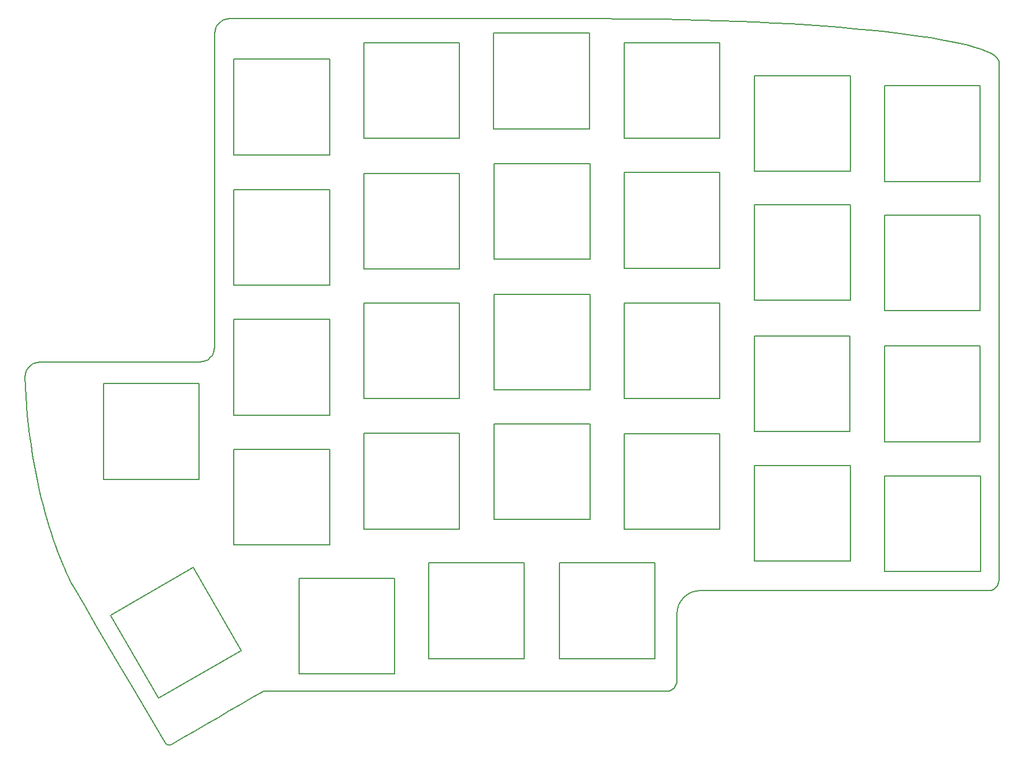
<source format=gm1>
G04 #@! TF.GenerationSoftware,KiCad,Pcbnew,7.0.10*
G04 #@! TF.CreationDate,2024-04-22T20:11:16+02:00*
G04 #@! TF.ProjectId,Lily58_Pro_TOP,4c696c79-3538-45f5-9072-6f5f544f502e,rev?*
G04 #@! TF.SameCoordinates,Original*
G04 #@! TF.FileFunction,Profile,NP*
%FSLAX46Y46*%
G04 Gerber Fmt 4.6, Leading zero omitted, Abs format (unit mm)*
G04 Created by KiCad (PCBNEW 7.0.10) date 2024-04-22 20:11:16*
%MOMM*%
%LPD*%
G01*
G04 APERTURE LIST*
G04 #@! TA.AperFunction,Profile*
%ADD10C,0.200000*%
G04 #@! TD*
G04 APERTURE END LIST*
D10*
X208697755Y-58949338D02*
X208697755Y-44948872D01*
X208697755Y-44948872D02*
X222698220Y-44948872D01*
X222698220Y-58949338D02*
X208697755Y-58949338D01*
X222698220Y-44948872D02*
X222698220Y-58949338D01*
X181804897Y-35335349D02*
X178987479Y-35264503D01*
X184568127Y-35420850D02*
X181804897Y-35335349D01*
X187273528Y-35520607D02*
X184568127Y-35420850D01*
X225457916Y-41485605D02*
X225457916Y-117338584D01*
X170246534Y-35143866D02*
X167248797Y-35135611D01*
X222698220Y-77848175D02*
X208697755Y-77848175D01*
X224260412Y-118808137D02*
X223957916Y-118838584D01*
X224542068Y-118720802D02*
X224260412Y-118808137D01*
X197443967Y-36054257D02*
X195006317Y-35901446D01*
X199805571Y-36219338D02*
X197443967Y-36054257D01*
X202087487Y-36396291D02*
X199805571Y-36219338D01*
X204286071Y-36584719D02*
X202087487Y-36396291D01*
X206397682Y-36784225D02*
X204286071Y-36584719D01*
X208418675Y-36994411D02*
X206397682Y-36784225D01*
X210345407Y-37214879D02*
X208418675Y-36994411D01*
X212174237Y-37445233D02*
X210345407Y-37214879D01*
X213901520Y-37685076D02*
X212174237Y-37445233D01*
X215523614Y-37934008D02*
X213901520Y-37685076D01*
X217036875Y-38191634D02*
X215523614Y-37934008D01*
X218437661Y-38457556D02*
X217036875Y-38191634D01*
X219722329Y-38731375D02*
X218437661Y-38457556D01*
X220887236Y-39012696D02*
X219722329Y-38731375D01*
X221928738Y-39301120D02*
X220887236Y-39012696D01*
X222843192Y-39596251D02*
X221928738Y-39301120D01*
X223626956Y-39897689D02*
X222843192Y-39596251D01*
X224276387Y-40205040D02*
X223626956Y-39897689D01*
X224787842Y-40517904D02*
X224276387Y-40205040D01*
X225157677Y-40835884D02*
X224787842Y-40517904D01*
X225382249Y-41158584D02*
X225157677Y-40835884D01*
X225457916Y-41485605D02*
X225382249Y-41158584D01*
X208697755Y-77848175D02*
X208697755Y-63850249D01*
X161099535Y-124372747D02*
X161099535Y-114800000D01*
X175100000Y-128800465D02*
X161099535Y-128800465D01*
X173204655Y-35168364D02*
X170246534Y-35143866D01*
X176119518Y-35208709D02*
X173204655Y-35168364D01*
X178987479Y-35264503D02*
X176119518Y-35208709D01*
X117861089Y-133560508D02*
X176817264Y-133560508D01*
X178317264Y-122338584D02*
X178317264Y-132082902D01*
X177119760Y-133530061D02*
X176817264Y-133560508D01*
X177401416Y-133442725D02*
X177119760Y-133530061D01*
X177656225Y-133304509D02*
X177401416Y-133442725D01*
X91672462Y-121142637D02*
X93354139Y-124004164D01*
X89990785Y-118281110D02*
X91672462Y-121142637D01*
X101762522Y-138311799D02*
X103444199Y-141173326D01*
X100080845Y-135450272D02*
X101762522Y-138311799D01*
X98399169Y-132588745D02*
X100080845Y-135450272D01*
X96717492Y-129727218D02*
X98399169Y-132588745D01*
X95035815Y-126865691D02*
X96717492Y-129727218D01*
X93354139Y-124004164D02*
X95035815Y-126865691D01*
X132500088Y-76750590D02*
X146500282Y-76750590D01*
X132500088Y-90750611D02*
X132500088Y-76750590D01*
X146500282Y-90750611D02*
X132500088Y-90750611D01*
X146500282Y-109849122D02*
X146500282Y-109849122D01*
X146500282Y-95849101D02*
X146500282Y-109849122D01*
X132500088Y-95849101D02*
X146500282Y-95849101D01*
X132500088Y-109849122D02*
X132500088Y-95849101D01*
X146500282Y-109849122D02*
X132500088Y-109849122D01*
X136998669Y-131049400D02*
X136998669Y-131049400D01*
X136998669Y-117049379D02*
X136998669Y-131049400D01*
X122998474Y-117049379D02*
X136998669Y-117049379D01*
X122998474Y-131049400D02*
X122998474Y-117049379D01*
X136998669Y-131049400D02*
X122998474Y-131049400D01*
X155999226Y-128798965D02*
X155999226Y-128798965D01*
X155999226Y-114798944D02*
X155999226Y-128798965D01*
X141999031Y-114798944D02*
X155999226Y-114798944D01*
X141999031Y-128798965D02*
X141999031Y-114798944D01*
X155999226Y-128798965D02*
X141999031Y-128798965D01*
X165599007Y-108448529D02*
X165599007Y-108448529D01*
X165599007Y-94448508D02*
X165599007Y-108448529D01*
X151598813Y-94448508D02*
X165599007Y-94448508D01*
X151598813Y-108448529D02*
X151598813Y-94448508D01*
X165599007Y-108448529D02*
X151598813Y-108448529D01*
X165600149Y-89448314D02*
X165600149Y-89448314D01*
X165600149Y-75448293D02*
X165600149Y-89448314D01*
X151599955Y-75448293D02*
X165600149Y-75448293D01*
X151599955Y-89448314D02*
X151599955Y-75448293D01*
X165600149Y-89448314D02*
X151599955Y-89448314D01*
X165600149Y-70350095D02*
X165600149Y-70350095D01*
X165600149Y-56350074D02*
X165600149Y-70350095D01*
X151599955Y-56350074D02*
X165600149Y-56350074D01*
X151599955Y-70350095D02*
X151599955Y-56350074D01*
X165600149Y-70350095D02*
X151599955Y-70350095D01*
X165529285Y-51259497D02*
X165529285Y-51259497D01*
X165529285Y-37259475D02*
X165529285Y-51259497D01*
X151529091Y-37259475D02*
X165529285Y-37259475D01*
X151529091Y-51259497D02*
X151529091Y-37259475D01*
X165529285Y-51259497D02*
X151529091Y-51259497D01*
X184604097Y-52648874D02*
X184604097Y-52648874D01*
X184604097Y-38648853D02*
X184604097Y-52648874D01*
X170603903Y-38648853D02*
X184604097Y-38648853D01*
X170603903Y-52648874D02*
X170603903Y-38648853D01*
X184604097Y-52648874D02*
X170603903Y-52648874D01*
X184598166Y-71649088D02*
X184598166Y-71649088D01*
X184598166Y-57649067D02*
X184598166Y-71649088D01*
X170597972Y-57649067D02*
X184598166Y-57649067D01*
X170597972Y-71649088D02*
X170597972Y-57649067D01*
X184598166Y-71649088D02*
X170597972Y-71649088D01*
X184600200Y-90748363D02*
X184600200Y-90748363D01*
X184600200Y-76748342D02*
X184600200Y-90748363D01*
X170600006Y-76748342D02*
X184600200Y-76748342D01*
X170600006Y-90748363D02*
X170600006Y-76748342D01*
X184600200Y-90748363D02*
X170600006Y-90748363D01*
X184599436Y-109849336D02*
X184599436Y-109849336D01*
X184599436Y-95849315D02*
X184599436Y-109849336D01*
X170599242Y-95849315D02*
X184599436Y-95849315D01*
X170599242Y-109849336D02*
X170599242Y-95849315D01*
X184599436Y-109849336D02*
X170599242Y-109849336D01*
X203698925Y-76349563D02*
X203698925Y-76349563D01*
X203698925Y-62349542D02*
X203698925Y-76349563D01*
X189698731Y-62349542D02*
X203698925Y-62349542D01*
X189698731Y-76349563D02*
X189698731Y-62349542D01*
X203698925Y-76349563D02*
X189698731Y-76349563D01*
X203685052Y-95549381D02*
X203685052Y-95549381D01*
X203685052Y-81549360D02*
X203685052Y-95549381D01*
X189684858Y-81549360D02*
X203685052Y-81549360D01*
X189684858Y-95549381D02*
X189684858Y-81549360D01*
X203685052Y-95549381D02*
X189684858Y-95549381D01*
X203699937Y-114548326D02*
X203699937Y-114548326D01*
X203699937Y-100548305D02*
X203699937Y-114548326D01*
X189699743Y-100548305D02*
X203699937Y-100548305D01*
X189699743Y-114548326D02*
X189699743Y-100548305D01*
X203699937Y-114548326D02*
X189699743Y-114548326D01*
X203700067Y-57449463D02*
X203700067Y-57449463D01*
X203700067Y-43449442D02*
X203700067Y-57449463D01*
X189699873Y-43449442D02*
X203700067Y-43449442D01*
X189699873Y-57449463D02*
X189699873Y-43449442D01*
X203700067Y-57449463D02*
X189699873Y-57449463D01*
X167248797Y-35135611D02*
X112880028Y-35135611D01*
X89842011Y-117999639D02*
X89991250Y-118281110D01*
X89692772Y-117718169D02*
X89842011Y-117999639D01*
X89543534Y-117436698D02*
X89692772Y-117718169D01*
X89394295Y-117155227D02*
X89543534Y-117436698D01*
X89165926Y-116650939D02*
X89394295Y-117155227D01*
X88937556Y-116146652D02*
X89165926Y-116650939D01*
X88709186Y-115642364D02*
X88937556Y-116146652D01*
X88480816Y-115138077D02*
X88709186Y-115642364D01*
X88202469Y-114421385D02*
X88480816Y-115138077D01*
X87924122Y-113704692D02*
X88202469Y-114421385D01*
X87645775Y-112988000D02*
X87924122Y-113704692D01*
X87367427Y-112271308D02*
X87645775Y-112988000D01*
X87068256Y-111352623D02*
X87367427Y-112271308D01*
X86769085Y-110433938D02*
X87068256Y-111352623D01*
X86469914Y-109515254D02*
X86769085Y-110433938D01*
X86170742Y-108596569D02*
X86469914Y-109515254D01*
X85879901Y-107486303D02*
X86170742Y-108596569D01*
X85589059Y-106376038D02*
X85879901Y-107486303D01*
X85298217Y-105265772D02*
X85589059Y-106376038D01*
X85007376Y-104155507D02*
X85298217Y-105265772D01*
X84754017Y-102864073D02*
X85007376Y-104155507D01*
X84500659Y-101572639D02*
X84754017Y-102864073D01*
X84247300Y-100281204D02*
X84500659Y-101572639D01*
X83993942Y-98989770D02*
X84247300Y-100281204D01*
X83807220Y-97527579D02*
X83993942Y-98989770D01*
X83620498Y-96065389D02*
X83807220Y-97527579D01*
X83433777Y-94603198D02*
X83620498Y-96065389D01*
X83247055Y-93141007D02*
X83433777Y-94603198D01*
X83169362Y-91754688D02*
X83247055Y-93141007D01*
X83091669Y-90368368D02*
X83169362Y-91754688D01*
X83013976Y-88982049D02*
X83091669Y-90368368D01*
X82936283Y-87595730D02*
X83013976Y-88982049D01*
X104273955Y-141420283D02*
X104454674Y-141320606D01*
X104146472Y-141461525D02*
X104273955Y-141420283D01*
X104022958Y-141472149D02*
X104146472Y-141461525D01*
X103909017Y-141470991D02*
X104022958Y-141472149D01*
X103801432Y-141437539D02*
X103909017Y-141470991D01*
X103690268Y-141386487D02*
X103801432Y-141437539D01*
X103539842Y-141291766D02*
X103690268Y-141386487D01*
X103444199Y-141173326D02*
X103539842Y-141291766D01*
X116184535Y-134529634D02*
X117860230Y-133559495D01*
X114508841Y-135499772D02*
X116184535Y-134529634D01*
X112833147Y-136469911D02*
X114508841Y-135499772D01*
X111157452Y-137440050D02*
X112833147Y-136469911D01*
X109481758Y-138410189D02*
X111157452Y-137440050D01*
X107806063Y-139380328D02*
X109481758Y-138410189D01*
X106130369Y-140350467D02*
X107806063Y-139380328D01*
X104454674Y-141320606D02*
X106130369Y-140350467D01*
X132499196Y-57749611D02*
X146499390Y-57749611D01*
X132499196Y-71749632D02*
X132499196Y-57749611D01*
X146499390Y-71749632D02*
X132499196Y-71749632D01*
X146500282Y-90750611D02*
X146500282Y-90750611D01*
X146500282Y-76750590D02*
X146500282Y-90750611D01*
X146499390Y-52648874D02*
X132499196Y-52648874D01*
X146499390Y-71749632D02*
X146499390Y-71749632D01*
X146499390Y-57749611D02*
X146499390Y-71749632D01*
X127499089Y-55049168D02*
X127499089Y-55049168D01*
X127499089Y-41049147D02*
X127499089Y-55049168D01*
X113498895Y-41049147D02*
X127499089Y-41049147D01*
X113498895Y-55049168D02*
X113498895Y-41049147D01*
X127499089Y-55049168D02*
X113498895Y-55049168D01*
X146499390Y-52648874D02*
X146499390Y-52648874D01*
X146499390Y-38648853D02*
X146499390Y-52648874D01*
X132499196Y-38648853D02*
X146499390Y-38648853D01*
X132499196Y-52648874D02*
X132499196Y-38648853D01*
X127500106Y-74150477D02*
X127500106Y-74150477D01*
X127500106Y-60150456D02*
X127500106Y-74150477D01*
X113499912Y-60150456D02*
X127500106Y-60150456D01*
X113499912Y-74150477D02*
X113499912Y-60150456D01*
X127500106Y-74150477D02*
X113499912Y-74150477D01*
X85135693Y-85393398D02*
X108480785Y-85393594D01*
X108351468Y-102549392D02*
X108351468Y-102549392D01*
X108351468Y-88549371D02*
X108351468Y-102549392D01*
X94399278Y-88549371D02*
X108351468Y-88549371D01*
X94399278Y-102549392D02*
X94399278Y-88549371D01*
X108351468Y-102549392D02*
X94399278Y-102549392D01*
X114561755Y-127611016D02*
X114561755Y-127611016D01*
X107561744Y-115486642D02*
X114561755Y-127611016D01*
X95437220Y-122486739D02*
X107561744Y-115486642D01*
X102437231Y-134611113D02*
X95437220Y-122486739D01*
X114561755Y-127611016D02*
X102437231Y-134611113D01*
X127499089Y-112150571D02*
X127499089Y-112150571D01*
X127499089Y-98150550D02*
X127499089Y-112150571D01*
X113498895Y-98150550D02*
X127499089Y-98150550D01*
X113498895Y-112150571D02*
X113498895Y-98150550D01*
X127499089Y-112150571D02*
X113498895Y-112150571D01*
X127499089Y-93147646D02*
X127499089Y-93147646D01*
X127499089Y-79147625D02*
X127499089Y-93147646D01*
X113498895Y-79147625D02*
X127499089Y-79147625D01*
X113498895Y-93147646D02*
X113498895Y-79147625D01*
X127499089Y-93147646D02*
X113498895Y-93147646D01*
X110507703Y-84050253D02*
X110635773Y-83637157D01*
X110305023Y-84423972D02*
X110507703Y-84050253D01*
X110036541Y-84749502D02*
X110305023Y-84423972D01*
X109711069Y-85018031D02*
X110036541Y-84749502D01*
X109337416Y-85220748D02*
X109711069Y-85018031D01*
X108924394Y-85348840D02*
X109337416Y-85220748D01*
X108480812Y-85393496D02*
X108924394Y-85348840D01*
X110635773Y-83637157D02*
X110680420Y-83193496D01*
X85135449Y-85393594D02*
X84687607Y-85437666D01*
X83307614Y-86357346D02*
X83106839Y-86731697D01*
X83574355Y-86032485D02*
X83307614Y-86357346D01*
X83898784Y-85765395D02*
X83574355Y-86032485D01*
X84272627Y-85564361D02*
X83898784Y-85765395D01*
X84687607Y-85437666D02*
X84272627Y-85564361D01*
X82980305Y-87147252D02*
X82936288Y-87595730D01*
X83106839Y-86731697D02*
X82980305Y-87147252D01*
X112436447Y-35180267D02*
X112023424Y-35308359D01*
X112880028Y-35135611D02*
X112436447Y-35180267D01*
X110725068Y-36891950D02*
X110680420Y-37335611D01*
X110853137Y-36478855D02*
X110725068Y-36891950D01*
X111055818Y-36105136D02*
X110853137Y-36478855D01*
X111324300Y-35779605D02*
X111055818Y-36105136D01*
X111649772Y-35511076D02*
X111324300Y-35779605D01*
X112023424Y-35308359D02*
X111649772Y-35511076D01*
X222748884Y-116049248D02*
X208748690Y-116049248D01*
X222748884Y-116049248D02*
X222748884Y-116049248D01*
X222748884Y-102049227D02*
X222748884Y-116049248D01*
X208748690Y-102049227D02*
X222748884Y-102049227D01*
X208748690Y-116049248D02*
X208748690Y-102049227D01*
X208699914Y-97050562D02*
X208699914Y-83050541D01*
X222700108Y-97050562D02*
X208699914Y-97050562D01*
X110680420Y-83193496D02*
X110680420Y-37349250D01*
X222700108Y-97050562D02*
X222700108Y-97050562D01*
X222700108Y-83050541D02*
X222700108Y-97050562D01*
X208699914Y-83050541D02*
X222700108Y-83050541D01*
X177878177Y-133121421D02*
X177656225Y-133304509D01*
X178061265Y-132899468D02*
X177878177Y-133121421D01*
X178199481Y-132644660D02*
X178061265Y-132899468D01*
X178286817Y-132363004D02*
X178199481Y-132644660D01*
X178317264Y-132060508D02*
X178286817Y-132363004D01*
X181817264Y-118838584D02*
X223957916Y-118838584D01*
X181111440Y-118909627D02*
X181817264Y-118838584D01*
X180454242Y-119113410D02*
X181111440Y-118909627D01*
X179859689Y-119435914D02*
X180454242Y-119113410D01*
X179341800Y-119863120D02*
X179859689Y-119435914D01*
X178914594Y-120381009D02*
X179341800Y-119863120D01*
X178592090Y-120975562D02*
X178914594Y-120381009D01*
X178388307Y-121632760D02*
X178592090Y-120975562D01*
X178317264Y-122338584D02*
X178388307Y-121632760D01*
X189917455Y-35634224D02*
X187273528Y-35520607D01*
X192496266Y-35761303D02*
X189917455Y-35634224D01*
X195006317Y-35901446D02*
X192496266Y-35761303D01*
X222698220Y-63850249D02*
X222698220Y-77848175D01*
X224796877Y-118582586D02*
X224542068Y-118720802D01*
X225018829Y-118399497D02*
X224796877Y-118582586D01*
X225201917Y-118177545D02*
X225018829Y-118399497D01*
X225340133Y-117922737D02*
X225201917Y-118177545D01*
X225427469Y-117641080D02*
X225340133Y-117922737D01*
X225457916Y-117338584D02*
X225427469Y-117641080D01*
X161099535Y-114800000D02*
X175100000Y-114800000D01*
X161099535Y-128800465D02*
X161099535Y-124372747D01*
X208697755Y-63850249D02*
X222698220Y-63850249D01*
X175100000Y-114800000D02*
X175100000Y-128800465D01*
M02*

</source>
